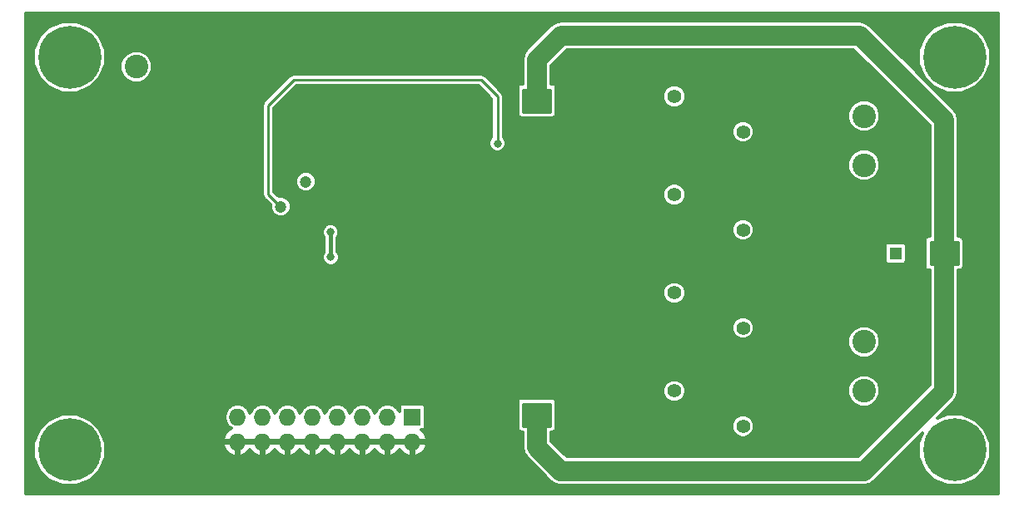
<source format=gbl>
G04 #@! TF.FileFunction,Copper,L2,Bot,Signal*
%FSLAX46Y46*%
G04 Gerber Fmt 4.6, Leading zero omitted, Abs format (unit mm)*
G04 Created by KiCad (PCBNEW 4.0.2-stable) date 19.06.2016 23:35:53*
%MOMM*%
G01*
G04 APERTURE LIST*
%ADD10C,0.100000*%
%ADD11C,0.800000*%
%ADD12C,1.400000*%
%ADD13R,1.300000X1.300000*%
%ADD14C,1.300000*%
%ADD15R,1.727200X1.727200*%
%ADD16O,1.727200X1.727200*%
%ADD17C,2.400000*%
%ADD18C,1.200000*%
%ADD19C,6.400000*%
%ADD20C,0.406400*%
%ADD21C,0.279400*%
%ADD22C,2.032000*%
%ADD23C,0.254000*%
%ADD24C,0.304800*%
G04 APERTURE END LIST*
D10*
D11*
X198120000Y-86995000D03*
X198120000Y-62230000D03*
X128651000Y-61214000D03*
X130048000Y-59817000D03*
X131445000Y-58420000D03*
X133550000Y-60350000D03*
X132200000Y-61722000D03*
X130650000Y-63250000D03*
X119380000Y-59690000D03*
X133350000Y-63500000D03*
X111760000Y-93980000D03*
X198120000Y-81280000D03*
X198120000Y-68580000D03*
X198120000Y-74930000D03*
X163195000Y-93345000D03*
X156845000Y-93345000D03*
X163195000Y-57785000D03*
X156845000Y-57785000D03*
X144780000Y-93980000D03*
X148590000Y-93980000D03*
X116205000Y-93980000D03*
X127381000Y-55499000D03*
X144780000Y-55880000D03*
X167195500Y-76708000D03*
X167195500Y-71247000D03*
X164465000Y-73977500D03*
X163195000Y-84455000D03*
X161290000Y-82550000D03*
X159385000Y-80645000D03*
X155575000Y-80645000D03*
X155575000Y-67310000D03*
X163195000Y-63500000D03*
X161290000Y-65405000D03*
X159385000Y-67310000D03*
X123825000Y-68834000D03*
X122428000Y-68834000D03*
X117856000Y-70358000D03*
X117856000Y-68834000D03*
X116332000Y-86995000D03*
X119634000Y-77724000D03*
X124460000Y-80264000D03*
X140970000Y-60325000D03*
X146685000Y-63500000D03*
X140970000Y-63500000D03*
X142875000Y-63500000D03*
X146685000Y-86360000D03*
X140970000Y-86360000D03*
X121285000Y-86995000D03*
X126365000Y-86995000D03*
X131445000Y-86995000D03*
X134366000Y-83820000D03*
X178054000Y-87630000D03*
X180594000Y-87630000D03*
X179324000Y-87630000D03*
X178054000Y-77851000D03*
X180594000Y-77851000D03*
X179324000Y-77851000D03*
X178054000Y-67691000D03*
X180594000Y-67691000D03*
X179324000Y-67691000D03*
X180594000Y-57658000D03*
X178054000Y-57658000D03*
X179324000Y-57658000D03*
X148590000Y-89535000D03*
X140970000Y-89535000D03*
X138430000Y-63500000D03*
X138430000Y-60325000D03*
X148590000Y-86360000D03*
X140970000Y-83820000D03*
X148590000Y-83820000D03*
X147320000Y-81915000D03*
X142240000Y-81915000D03*
X143510000Y-81915000D03*
X142875000Y-83820000D03*
X146685000Y-83820000D03*
X146050000Y-81915000D03*
X144780000Y-89535000D03*
X144780000Y-86360000D03*
X144780000Y-83820000D03*
X144780000Y-81915000D03*
X144780000Y-60325000D03*
X144780000Y-63500000D03*
X142875000Y-86360000D03*
X140970000Y-66040000D03*
X142875000Y-66040000D03*
X144780000Y-66040000D03*
X146685000Y-66040000D03*
X147320000Y-67945000D03*
X146050000Y-67945000D03*
X142240000Y-67945000D03*
X143510000Y-67945000D03*
X144780000Y-67945000D03*
X129794000Y-55499000D03*
X148463000Y-55880000D03*
X121285000Y-62230000D03*
X126365000Y-62230000D03*
X123825000Y-62230000D03*
X134500000Y-79800000D03*
X133250000Y-81050000D03*
X131900000Y-82400000D03*
X130683000Y-81153000D03*
X131953000Y-79883000D03*
X133223000Y-78613000D03*
X156972000Y-83947000D03*
X156972000Y-82804000D03*
X156972000Y-65405000D03*
X156972000Y-64262000D03*
X150368000Y-81407000D03*
X150368000Y-66675000D03*
X151765000Y-92075000D03*
X153289000Y-92075000D03*
X153289000Y-90932000D03*
X151765000Y-90964000D03*
X152527000Y-91567000D03*
X151765000Y-60071000D03*
X153289000Y-60071000D03*
X153289000Y-58928000D03*
X151765000Y-58960000D03*
X152527000Y-59563000D03*
X193929000Y-75057000D03*
X193167000Y-74454000D03*
X194691000Y-74422000D03*
X194691000Y-75565000D03*
X193167000Y-75565000D03*
X147320000Y-80645000D03*
X146050000Y-80645000D03*
X144780000Y-80645000D03*
X143510000Y-80645000D03*
X142240000Y-80645000D03*
X147320000Y-79375000D03*
X146050000Y-79375000D03*
X144780000Y-79375000D03*
X143510000Y-79375000D03*
X142240000Y-79375000D03*
X147320000Y-78105000D03*
X146050000Y-78105000D03*
X144780000Y-78105000D03*
X143510000Y-78105000D03*
X142240000Y-78105000D03*
X147320000Y-76835000D03*
X146050000Y-76835000D03*
X144780000Y-76835000D03*
X143510000Y-76835000D03*
X142240000Y-76835000D03*
X147320000Y-75565000D03*
X146050000Y-75565000D03*
X144780000Y-75565000D03*
X143510000Y-75565000D03*
X142240000Y-75565000D03*
X147320000Y-74295000D03*
X146050000Y-74295000D03*
X144780000Y-74295000D03*
X143510000Y-74295000D03*
X142240000Y-74295000D03*
X147320000Y-73025000D03*
X146050000Y-73025000D03*
X144780000Y-73025000D03*
X143510000Y-73025000D03*
X142240000Y-73025000D03*
X147320000Y-71755000D03*
X146050000Y-71755000D03*
X144780000Y-71755000D03*
X143510000Y-71755000D03*
X142240000Y-71755000D03*
X147320000Y-70485000D03*
X146050000Y-70485000D03*
X144780000Y-70485000D03*
X143510000Y-70485000D03*
X142240000Y-70485000D03*
X147320000Y-69215000D03*
X146050000Y-69215000D03*
X144780000Y-69215000D03*
X143510000Y-69215000D03*
D12*
X166500000Y-89000000D03*
X173500000Y-92600000D03*
D13*
X189000000Y-75000000D03*
D14*
X184000000Y-75000000D03*
D15*
X139874000Y-91643200D03*
D16*
X139874000Y-94183200D03*
X137334000Y-91643200D03*
X137334000Y-94183200D03*
X134794000Y-91643200D03*
X134794000Y-94183200D03*
X132254000Y-91643200D03*
X132254000Y-94183200D03*
X129714000Y-91643200D03*
X129714000Y-94183200D03*
X127174000Y-91643200D03*
X127174000Y-94183200D03*
X124634000Y-91643200D03*
X124634000Y-94183200D03*
X122094000Y-91643200D03*
X122094000Y-94183200D03*
D12*
X166500000Y-59000000D03*
X173500000Y-62600000D03*
X166500000Y-69000000D03*
X173500000Y-72600000D03*
X166500000Y-79000000D03*
X173500000Y-82600000D03*
D11*
X142240000Y-69215000D03*
D17*
X111800000Y-55973980D03*
X116800000Y-55973980D03*
X185801000Y-61000000D03*
X185801000Y-66000000D03*
X185801000Y-83987000D03*
X185801000Y-88987000D03*
D18*
X129032000Y-67691000D03*
X131572000Y-70231000D03*
X126492000Y-70231000D03*
D19*
X105000000Y-55000000D03*
X195000000Y-55000000D03*
X195000000Y-95000000D03*
X105000000Y-95000000D03*
D11*
X131572000Y-75377040D03*
X131555500Y-72834500D03*
X148513800Y-63804800D03*
D20*
X131555500Y-74618315D02*
X131555500Y-72834500D01*
X131555500Y-75184000D02*
X131555500Y-74618315D01*
D21*
X146837400Y-57327800D02*
X127838200Y-57327800D01*
X127838200Y-57327800D02*
X125222000Y-59944000D01*
X125222000Y-59944000D02*
X125222000Y-68961000D01*
X125222000Y-68961000D02*
X126492000Y-70231000D01*
X148513800Y-63804800D02*
X148513800Y-59004200D01*
X148513800Y-59004200D02*
X146837400Y-57327800D01*
D22*
X154940000Y-97155000D02*
X152527000Y-94742000D01*
X152527000Y-94742000D02*
X152527000Y-91567000D01*
X185801000Y-97155000D02*
X154940000Y-97155000D01*
X154965216Y-52806784D02*
X152527000Y-55245000D01*
X152527000Y-55245000D02*
X152527000Y-59563000D01*
X185356500Y-52806784D02*
X154965216Y-52806784D01*
X193929000Y-89027000D02*
X185801000Y-97155000D01*
X193929000Y-75057000D02*
X193929000Y-89027000D01*
X193929000Y-75057000D02*
X193929000Y-61379284D01*
X193929000Y-61379284D02*
X185356500Y-52806784D01*
D23*
G36*
X195351400Y-76122916D02*
X192557400Y-76122916D01*
X192557400Y-73836916D01*
X195351400Y-73836916D01*
X195351400Y-76122916D01*
X195351400Y-76122916D01*
G37*
X195351400Y-76122916D02*
X192557400Y-76122916D01*
X192557400Y-73836916D01*
X195351400Y-73836916D01*
X195351400Y-76122916D01*
G36*
X153924000Y-60579000D02*
X151130000Y-60579000D01*
X151130000Y-58293000D01*
X153924000Y-58293000D01*
X153924000Y-60579000D01*
X153924000Y-60579000D01*
G37*
X153924000Y-60579000D02*
X151130000Y-60579000D01*
X151130000Y-58293000D01*
X153924000Y-58293000D01*
X153924000Y-60579000D01*
G36*
X153924000Y-92595700D02*
X151130000Y-92595700D01*
X151130000Y-90309700D01*
X153924000Y-90309700D01*
X153924000Y-92595700D01*
X153924000Y-92595700D01*
G37*
X153924000Y-92595700D02*
X151130000Y-92595700D01*
X151130000Y-90309700D01*
X153924000Y-90309700D01*
X153924000Y-92595700D01*
D24*
G36*
X199442800Y-99442800D02*
X100557200Y-99442800D01*
X100557200Y-95724271D01*
X101342166Y-95724271D01*
X101897769Y-97068931D01*
X102925658Y-98098616D01*
X104269346Y-98656564D01*
X105724271Y-98657834D01*
X107068931Y-98102231D01*
X108098616Y-97074342D01*
X108656564Y-95730654D01*
X108657619Y-94521425D01*
X120608005Y-94521425D01*
X120804077Y-94994800D01*
X121212852Y-95426653D01*
X121755774Y-95669202D01*
X121992400Y-95538717D01*
X121992400Y-94284800D01*
X122195600Y-94284800D01*
X122195600Y-95538717D01*
X122432226Y-95669202D01*
X122975148Y-95426653D01*
X123364000Y-95015848D01*
X123752852Y-95426653D01*
X124295774Y-95669202D01*
X124532400Y-95538717D01*
X124532400Y-94284800D01*
X124735600Y-94284800D01*
X124735600Y-95538717D01*
X124972226Y-95669202D01*
X125515148Y-95426653D01*
X125904000Y-95015848D01*
X126292852Y-95426653D01*
X126835774Y-95669202D01*
X127072400Y-95538717D01*
X127072400Y-94284800D01*
X127275600Y-94284800D01*
X127275600Y-95538717D01*
X127512226Y-95669202D01*
X128055148Y-95426653D01*
X128444000Y-95015848D01*
X128832852Y-95426653D01*
X129375774Y-95669202D01*
X129612400Y-95538717D01*
X129612400Y-94284800D01*
X129815600Y-94284800D01*
X129815600Y-95538717D01*
X130052226Y-95669202D01*
X130595148Y-95426653D01*
X130984000Y-95015848D01*
X131372852Y-95426653D01*
X131915774Y-95669202D01*
X132152400Y-95538717D01*
X132152400Y-94284800D01*
X132355600Y-94284800D01*
X132355600Y-95538717D01*
X132592226Y-95669202D01*
X133135148Y-95426653D01*
X133524000Y-95015848D01*
X133912852Y-95426653D01*
X134455774Y-95669202D01*
X134692400Y-95538717D01*
X134692400Y-94284800D01*
X134895600Y-94284800D01*
X134895600Y-95538717D01*
X135132226Y-95669202D01*
X135675148Y-95426653D01*
X136064000Y-95015848D01*
X136452852Y-95426653D01*
X136995774Y-95669202D01*
X137232400Y-95538717D01*
X137232400Y-94284800D01*
X137435600Y-94284800D01*
X137435600Y-95538717D01*
X137672226Y-95669202D01*
X138215148Y-95426653D01*
X138604000Y-95015848D01*
X138992852Y-95426653D01*
X139535774Y-95669202D01*
X139772400Y-95538717D01*
X139772400Y-94284800D01*
X139975600Y-94284800D01*
X139975600Y-95538717D01*
X140212226Y-95669202D01*
X140755148Y-95426653D01*
X141163923Y-94994800D01*
X141359995Y-94521425D01*
X141229097Y-94284800D01*
X139975600Y-94284800D01*
X139772400Y-94284800D01*
X137435600Y-94284800D01*
X137232400Y-94284800D01*
X134895600Y-94284800D01*
X134692400Y-94284800D01*
X132355600Y-94284800D01*
X132152400Y-94284800D01*
X129815600Y-94284800D01*
X129612400Y-94284800D01*
X127275600Y-94284800D01*
X127072400Y-94284800D01*
X124735600Y-94284800D01*
X124532400Y-94284800D01*
X122195600Y-94284800D01*
X121992400Y-94284800D01*
X120738903Y-94284800D01*
X120608005Y-94521425D01*
X108657619Y-94521425D01*
X108657834Y-94275729D01*
X108479850Y-93844975D01*
X120608005Y-93844975D01*
X120738903Y-94081600D01*
X121992400Y-94081600D01*
X121992400Y-94061600D01*
X122195600Y-94061600D01*
X122195600Y-94081600D01*
X124532400Y-94081600D01*
X124532400Y-94061600D01*
X124735600Y-94061600D01*
X124735600Y-94081600D01*
X127072400Y-94081600D01*
X127072400Y-94061600D01*
X127275600Y-94061600D01*
X127275600Y-94081600D01*
X129612400Y-94081600D01*
X129612400Y-94061600D01*
X129815600Y-94061600D01*
X129815600Y-94081600D01*
X132152400Y-94081600D01*
X132152400Y-94061600D01*
X132355600Y-94061600D01*
X132355600Y-94081600D01*
X134692400Y-94081600D01*
X134692400Y-94061600D01*
X134895600Y-94061600D01*
X134895600Y-94081600D01*
X137232400Y-94081600D01*
X137232400Y-94061600D01*
X137435600Y-94061600D01*
X137435600Y-94081600D01*
X139772400Y-94081600D01*
X139772400Y-94061600D01*
X139975600Y-94061600D01*
X139975600Y-94081600D01*
X141229097Y-94081600D01*
X141359995Y-93844975D01*
X141163923Y-93371600D01*
X140779178Y-92965134D01*
X140907028Y-92941077D01*
X141062638Y-92840945D01*
X141167030Y-92688161D01*
X141203757Y-92506800D01*
X141203757Y-90779600D01*
X141171877Y-90610172D01*
X141071745Y-90454562D01*
X140918961Y-90350170D01*
X140737600Y-90313443D01*
X139010400Y-90313443D01*
X138840972Y-90345323D01*
X138685362Y-90445455D01*
X138580970Y-90598239D01*
X138544243Y-90779600D01*
X138544243Y-91084034D01*
X138293823Y-90709253D01*
X137865324Y-90422940D01*
X137359876Y-90322400D01*
X137308124Y-90322400D01*
X136802676Y-90422940D01*
X136374177Y-90709253D01*
X136087864Y-91137752D01*
X136064000Y-91257724D01*
X136040136Y-91137752D01*
X135753823Y-90709253D01*
X135325324Y-90422940D01*
X134819876Y-90322400D01*
X134768124Y-90322400D01*
X134262676Y-90422940D01*
X133834177Y-90709253D01*
X133547864Y-91137752D01*
X133524000Y-91257724D01*
X133500136Y-91137752D01*
X133213823Y-90709253D01*
X132785324Y-90422940D01*
X132279876Y-90322400D01*
X132228124Y-90322400D01*
X131722676Y-90422940D01*
X131294177Y-90709253D01*
X131007864Y-91137752D01*
X130984000Y-91257724D01*
X130960136Y-91137752D01*
X130673823Y-90709253D01*
X130245324Y-90422940D01*
X129739876Y-90322400D01*
X129688124Y-90322400D01*
X129182676Y-90422940D01*
X128754177Y-90709253D01*
X128467864Y-91137752D01*
X128444000Y-91257724D01*
X128420136Y-91137752D01*
X128133823Y-90709253D01*
X127705324Y-90422940D01*
X127199876Y-90322400D01*
X127148124Y-90322400D01*
X126642676Y-90422940D01*
X126214177Y-90709253D01*
X125927864Y-91137752D01*
X125904000Y-91257724D01*
X125880136Y-91137752D01*
X125593823Y-90709253D01*
X125165324Y-90422940D01*
X124659876Y-90322400D01*
X124608124Y-90322400D01*
X124102676Y-90422940D01*
X123674177Y-90709253D01*
X123387864Y-91137752D01*
X123364000Y-91257724D01*
X123340136Y-91137752D01*
X123053823Y-90709253D01*
X122625324Y-90422940D01*
X122119876Y-90322400D01*
X122068124Y-90322400D01*
X121562676Y-90422940D01*
X121134177Y-90709253D01*
X120847864Y-91137752D01*
X120747324Y-91643200D01*
X120847864Y-92148648D01*
X121134177Y-92577147D01*
X121490926Y-92815518D01*
X121212852Y-92939747D01*
X120804077Y-93371600D01*
X120608005Y-93844975D01*
X108479850Y-93844975D01*
X108102231Y-92931069D01*
X107074342Y-91901384D01*
X105730654Y-91343436D01*
X104275729Y-91342166D01*
X102931069Y-91897769D01*
X101901384Y-92925658D01*
X101343436Y-94269346D01*
X101342166Y-95724271D01*
X100557200Y-95724271D01*
X100557200Y-89229171D01*
X165342599Y-89229171D01*
X165518401Y-89654645D01*
X165843643Y-89980454D01*
X166268809Y-90156999D01*
X166729171Y-90157401D01*
X167154645Y-89981599D01*
X167480454Y-89656357D01*
X167622119Y-89315191D01*
X184143513Y-89315191D01*
X184395275Y-89924502D01*
X184861046Y-90391086D01*
X185469916Y-90643911D01*
X186129191Y-90644487D01*
X186738502Y-90392725D01*
X187205086Y-89926954D01*
X187457911Y-89318084D01*
X187458487Y-88658809D01*
X187206725Y-88049498D01*
X186740954Y-87582914D01*
X186132084Y-87330089D01*
X185472809Y-87329513D01*
X184863498Y-87581275D01*
X184396914Y-88047046D01*
X184144089Y-88655916D01*
X184143513Y-89315191D01*
X167622119Y-89315191D01*
X167656999Y-89231191D01*
X167657401Y-88770829D01*
X167481599Y-88345355D01*
X167156357Y-88019546D01*
X166731191Y-87843001D01*
X166270829Y-87842599D01*
X165845355Y-88018401D01*
X165519546Y-88343643D01*
X165343001Y-88768809D01*
X165342599Y-89229171D01*
X100557200Y-89229171D01*
X100557200Y-84315191D01*
X184143513Y-84315191D01*
X184395275Y-84924502D01*
X184861046Y-85391086D01*
X185469916Y-85643911D01*
X186129191Y-85644487D01*
X186738502Y-85392725D01*
X187205086Y-84926954D01*
X187457911Y-84318084D01*
X187458487Y-83658809D01*
X187206725Y-83049498D01*
X186740954Y-82582914D01*
X186132084Y-82330089D01*
X185472809Y-82329513D01*
X184863498Y-82581275D01*
X184396914Y-83047046D01*
X184144089Y-83655916D01*
X184143513Y-84315191D01*
X100557200Y-84315191D01*
X100557200Y-82829171D01*
X172342599Y-82829171D01*
X172518401Y-83254645D01*
X172843643Y-83580454D01*
X173268809Y-83756999D01*
X173729171Y-83757401D01*
X174154645Y-83581599D01*
X174480454Y-83256357D01*
X174656999Y-82831191D01*
X174657401Y-82370829D01*
X174481599Y-81945355D01*
X174156357Y-81619546D01*
X173731191Y-81443001D01*
X173270829Y-81442599D01*
X172845355Y-81618401D01*
X172519546Y-81943643D01*
X172343001Y-82368809D01*
X172342599Y-82829171D01*
X100557200Y-82829171D01*
X100557200Y-79229171D01*
X165342599Y-79229171D01*
X165518401Y-79654645D01*
X165843643Y-79980454D01*
X166268809Y-80156999D01*
X166729171Y-80157401D01*
X167154645Y-79981599D01*
X167480454Y-79656357D01*
X167656999Y-79231191D01*
X167657401Y-78770829D01*
X167481599Y-78345355D01*
X167156357Y-78019546D01*
X166731191Y-77843001D01*
X166270829Y-77842599D01*
X165845355Y-78018401D01*
X165519546Y-78343643D01*
X165343001Y-78768809D01*
X165342599Y-79229171D01*
X100557200Y-79229171D01*
X100557200Y-73004260D01*
X130698151Y-73004260D01*
X130828377Y-73319431D01*
X130895100Y-73386270D01*
X130895100Y-74841552D01*
X130845725Y-74890841D01*
X130714949Y-75205784D01*
X130714651Y-75546800D01*
X130844877Y-75861971D01*
X131085801Y-76103315D01*
X131400744Y-76234091D01*
X131741760Y-76234389D01*
X132056931Y-76104163D01*
X132298275Y-75863239D01*
X132429051Y-75548296D01*
X132429349Y-75207280D01*
X132299123Y-74892109D01*
X132215900Y-74808741D01*
X132215900Y-74350000D01*
X187883843Y-74350000D01*
X187883843Y-75650000D01*
X187915723Y-75819428D01*
X188015855Y-75975038D01*
X188168639Y-76079430D01*
X188350000Y-76116157D01*
X189650000Y-76116157D01*
X189819428Y-76084277D01*
X189975038Y-75984145D01*
X190079430Y-75831361D01*
X190116157Y-75650000D01*
X190116157Y-74350000D01*
X190084277Y-74180572D01*
X189984145Y-74024962D01*
X189831361Y-73920570D01*
X189650000Y-73883843D01*
X188350000Y-73883843D01*
X188180572Y-73915723D01*
X188024962Y-74015855D01*
X187920570Y-74168639D01*
X187883843Y-74350000D01*
X132215900Y-74350000D01*
X132215900Y-73386459D01*
X132281775Y-73320699D01*
X132412551Y-73005756D01*
X132412705Y-72829171D01*
X172342599Y-72829171D01*
X172518401Y-73254645D01*
X172843643Y-73580454D01*
X173268809Y-73756999D01*
X173729171Y-73757401D01*
X174154645Y-73581599D01*
X174480454Y-73256357D01*
X174656999Y-72831191D01*
X174657401Y-72370829D01*
X174481599Y-71945355D01*
X174156357Y-71619546D01*
X173731191Y-71443001D01*
X173270829Y-71442599D01*
X172845355Y-71618401D01*
X172519546Y-71943643D01*
X172343001Y-72368809D01*
X172342599Y-72829171D01*
X132412705Y-72829171D01*
X132412849Y-72664740D01*
X132282623Y-72349569D01*
X132041699Y-72108225D01*
X131726756Y-71977449D01*
X131385740Y-71977151D01*
X131070569Y-72107377D01*
X130829225Y-72348301D01*
X130698449Y-72663244D01*
X130698151Y-73004260D01*
X100557200Y-73004260D01*
X100557200Y-59944000D01*
X124625100Y-59944000D01*
X124625100Y-68961000D01*
X124670536Y-69189424D01*
X124799928Y-69383072D01*
X125435471Y-70018615D01*
X125434984Y-70019787D01*
X125434617Y-70440368D01*
X125595227Y-70829073D01*
X125892362Y-71126728D01*
X126280787Y-71288016D01*
X126701368Y-71288383D01*
X127090073Y-71127773D01*
X127387728Y-70830638D01*
X127549016Y-70442213D01*
X127549383Y-70021632D01*
X127388773Y-69632927D01*
X127091638Y-69335272D01*
X126836119Y-69229171D01*
X165342599Y-69229171D01*
X165518401Y-69654645D01*
X165843643Y-69980454D01*
X166268809Y-70156999D01*
X166729171Y-70157401D01*
X167154645Y-69981599D01*
X167480454Y-69656357D01*
X167656999Y-69231191D01*
X167657401Y-68770829D01*
X167481599Y-68345355D01*
X167156357Y-68019546D01*
X166731191Y-67843001D01*
X166270829Y-67842599D01*
X165845355Y-68018401D01*
X165519546Y-68343643D01*
X165343001Y-68768809D01*
X165342599Y-69229171D01*
X126836119Y-69229171D01*
X126703213Y-69173984D01*
X126282632Y-69173617D01*
X126279893Y-69174749D01*
X125818900Y-68713756D01*
X125818900Y-67900368D01*
X127974617Y-67900368D01*
X128135227Y-68289073D01*
X128432362Y-68586728D01*
X128820787Y-68748016D01*
X129241368Y-68748383D01*
X129630073Y-68587773D01*
X129927728Y-68290638D01*
X130089016Y-67902213D01*
X130089383Y-67481632D01*
X129928773Y-67092927D01*
X129631638Y-66795272D01*
X129243213Y-66633984D01*
X128822632Y-66633617D01*
X128433927Y-66794227D01*
X128136272Y-67091362D01*
X127974984Y-67479787D01*
X127974617Y-67900368D01*
X125818900Y-67900368D01*
X125818900Y-66328191D01*
X184143513Y-66328191D01*
X184395275Y-66937502D01*
X184861046Y-67404086D01*
X185469916Y-67656911D01*
X186129191Y-67657487D01*
X186738502Y-67405725D01*
X187205086Y-66939954D01*
X187457911Y-66331084D01*
X187458487Y-65671809D01*
X187206725Y-65062498D01*
X186740954Y-64595914D01*
X186132084Y-64343089D01*
X185472809Y-64342513D01*
X184863498Y-64594275D01*
X184396914Y-65060046D01*
X184144089Y-65668916D01*
X184143513Y-66328191D01*
X125818900Y-66328191D01*
X125818900Y-60191244D01*
X128085444Y-57924700D01*
X146590156Y-57924700D01*
X147916900Y-59251444D01*
X147916900Y-63189451D01*
X147787525Y-63318601D01*
X147656749Y-63633544D01*
X147656451Y-63974560D01*
X147786677Y-64289731D01*
X148027601Y-64531075D01*
X148342544Y-64661851D01*
X148683560Y-64662149D01*
X148998731Y-64531923D01*
X149240075Y-64290999D01*
X149370851Y-63976056D01*
X149371149Y-63635040D01*
X149240923Y-63319869D01*
X149110700Y-63189419D01*
X149110700Y-62829171D01*
X172342599Y-62829171D01*
X172518401Y-63254645D01*
X172843643Y-63580454D01*
X173268809Y-63756999D01*
X173729171Y-63757401D01*
X174154645Y-63581599D01*
X174480454Y-63256357D01*
X174656999Y-62831191D01*
X174657401Y-62370829D01*
X174481599Y-61945355D01*
X174156357Y-61619546D01*
X173731191Y-61443001D01*
X173270829Y-61442599D01*
X172845355Y-61618401D01*
X172519546Y-61943643D01*
X172343001Y-62368809D01*
X172342599Y-62829171D01*
X149110700Y-62829171D01*
X149110700Y-61328191D01*
X184143513Y-61328191D01*
X184395275Y-61937502D01*
X184861046Y-62404086D01*
X185469916Y-62656911D01*
X186129191Y-62657487D01*
X186738502Y-62405725D01*
X187205086Y-61939954D01*
X187457911Y-61331084D01*
X187458487Y-60671809D01*
X187206725Y-60062498D01*
X186740954Y-59595914D01*
X186132084Y-59343089D01*
X185472809Y-59342513D01*
X184863498Y-59594275D01*
X184396914Y-60060046D01*
X184144089Y-60668916D01*
X184143513Y-61328191D01*
X149110700Y-61328191D01*
X149110700Y-59004200D01*
X149065264Y-58775776D01*
X148935872Y-58582128D01*
X148519744Y-58166000D01*
X150545800Y-58166000D01*
X150545800Y-60706000D01*
X150577068Y-60872173D01*
X150675275Y-61024792D01*
X150825124Y-61127179D01*
X151003000Y-61163200D01*
X154051000Y-61163200D01*
X154217173Y-61131932D01*
X154369792Y-61033725D01*
X154472179Y-60883876D01*
X154508200Y-60706000D01*
X154508200Y-59229171D01*
X165342599Y-59229171D01*
X165518401Y-59654645D01*
X165843643Y-59980454D01*
X166268809Y-60156999D01*
X166729171Y-60157401D01*
X167154645Y-59981599D01*
X167480454Y-59656357D01*
X167656999Y-59231191D01*
X167657401Y-58770829D01*
X167481599Y-58345355D01*
X167156357Y-58019546D01*
X166731191Y-57843001D01*
X166270829Y-57842599D01*
X165845355Y-58018401D01*
X165519546Y-58343643D01*
X165343001Y-58768809D01*
X165342599Y-59229171D01*
X154508200Y-59229171D01*
X154508200Y-58166000D01*
X154476932Y-57999827D01*
X154378725Y-57847208D01*
X154228876Y-57744821D01*
X154051000Y-57708800D01*
X154000200Y-57708800D01*
X154000200Y-55855220D01*
X155575436Y-54279984D01*
X184746280Y-54279984D01*
X192455800Y-61989504D01*
X192455800Y-73252716D01*
X192430400Y-73252716D01*
X192264227Y-73283984D01*
X192111608Y-73382191D01*
X192009221Y-73532040D01*
X191973200Y-73709916D01*
X191973200Y-76249916D01*
X192004468Y-76416089D01*
X192102675Y-76568708D01*
X192252524Y-76671095D01*
X192430400Y-76707116D01*
X192455800Y-76707116D01*
X192455800Y-88416780D01*
X185190780Y-95681800D01*
X155550219Y-95681800D01*
X154000200Y-94131780D01*
X154000200Y-93179900D01*
X154051000Y-93179900D01*
X154217173Y-93148632D01*
X154369792Y-93050425D01*
X154472179Y-92900576D01*
X154486638Y-92829171D01*
X172342599Y-92829171D01*
X172518401Y-93254645D01*
X172843643Y-93580454D01*
X173268809Y-93756999D01*
X173729171Y-93757401D01*
X174154645Y-93581599D01*
X174480454Y-93256357D01*
X174656999Y-92831191D01*
X174657401Y-92370829D01*
X174481599Y-91945355D01*
X174156357Y-91619546D01*
X173731191Y-91443001D01*
X173270829Y-91442599D01*
X172845355Y-91618401D01*
X172519546Y-91943643D01*
X172343001Y-92368809D01*
X172342599Y-92829171D01*
X154486638Y-92829171D01*
X154508200Y-92722700D01*
X154508200Y-90182700D01*
X154476932Y-90016527D01*
X154378725Y-89863908D01*
X154228876Y-89761521D01*
X154051000Y-89725500D01*
X151003000Y-89725500D01*
X150836827Y-89756768D01*
X150684208Y-89854975D01*
X150581821Y-90004824D01*
X150545800Y-90182700D01*
X150545800Y-92722700D01*
X150577068Y-92888873D01*
X150675275Y-93041492D01*
X150825124Y-93143879D01*
X151003000Y-93179900D01*
X151053800Y-93179900D01*
X151053800Y-94742000D01*
X151165941Y-95305769D01*
X151485290Y-95783710D01*
X153898288Y-98196707D01*
X153898290Y-98196710D01*
X154376231Y-98516059D01*
X154940000Y-98628200D01*
X185801000Y-98628200D01*
X186364769Y-98516059D01*
X186842710Y-98196710D01*
X191750576Y-93288844D01*
X191343436Y-94269346D01*
X191342166Y-95724271D01*
X191897769Y-97068931D01*
X192925658Y-98098616D01*
X194269346Y-98656564D01*
X195724271Y-98657834D01*
X197068931Y-98102231D01*
X198098616Y-97074342D01*
X198656564Y-95730654D01*
X198657834Y-94275729D01*
X198102231Y-92931069D01*
X197074342Y-91901384D01*
X195730654Y-91343436D01*
X194275729Y-91342166D01*
X193289929Y-91749491D01*
X194970710Y-90068710D01*
X195290059Y-89590769D01*
X195402201Y-89027000D01*
X195402200Y-89026995D01*
X195402200Y-76707116D01*
X195478400Y-76707116D01*
X195644573Y-76675848D01*
X195797192Y-76577641D01*
X195899579Y-76427792D01*
X195935600Y-76249916D01*
X195935600Y-73709916D01*
X195904332Y-73543743D01*
X195806125Y-73391124D01*
X195656276Y-73288737D01*
X195478400Y-73252716D01*
X195402200Y-73252716D01*
X195402200Y-61379289D01*
X195402201Y-61379284D01*
X195290059Y-60815515D01*
X194970710Y-60337574D01*
X190357407Y-55724271D01*
X191342166Y-55724271D01*
X191897769Y-57068931D01*
X192925658Y-58098616D01*
X194269346Y-58656564D01*
X195724271Y-58657834D01*
X197068931Y-58102231D01*
X198098616Y-57074342D01*
X198656564Y-55730654D01*
X198657834Y-54275729D01*
X198102231Y-52931069D01*
X197074342Y-51901384D01*
X195730654Y-51343436D01*
X194275729Y-51342166D01*
X192931069Y-51897769D01*
X191901384Y-52925658D01*
X191343436Y-54269346D01*
X191342166Y-55724271D01*
X190357407Y-55724271D01*
X186398210Y-51765074D01*
X185920269Y-51445725D01*
X185356500Y-51333584D01*
X154965216Y-51333584D01*
X154401447Y-51445725D01*
X153923506Y-51765074D01*
X151485290Y-54203290D01*
X151165941Y-54681231D01*
X151053800Y-55245000D01*
X151053800Y-57708800D01*
X151003000Y-57708800D01*
X150836827Y-57740068D01*
X150684208Y-57838275D01*
X150581821Y-57988124D01*
X150545800Y-58166000D01*
X148519744Y-58166000D01*
X147259472Y-56905728D01*
X147065824Y-56776336D01*
X146837400Y-56730900D01*
X127838200Y-56730900D01*
X127609776Y-56776336D01*
X127416128Y-56905728D01*
X124799928Y-59521928D01*
X124670536Y-59715576D01*
X124625100Y-59944000D01*
X100557200Y-59944000D01*
X100557200Y-55724271D01*
X101342166Y-55724271D01*
X101897769Y-57068931D01*
X102925658Y-58098616D01*
X104269346Y-58656564D01*
X105724271Y-58657834D01*
X107068931Y-58102231D01*
X108098616Y-57074342D01*
X108419249Y-56302171D01*
X110142513Y-56302171D01*
X110394275Y-56911482D01*
X110860046Y-57378066D01*
X111468916Y-57630891D01*
X112128191Y-57631467D01*
X112737502Y-57379705D01*
X113204086Y-56913934D01*
X113456911Y-56305064D01*
X113457487Y-55645789D01*
X113205725Y-55036478D01*
X112739954Y-54569894D01*
X112131084Y-54317069D01*
X111471809Y-54316493D01*
X110862498Y-54568255D01*
X110395914Y-55034026D01*
X110143089Y-55642896D01*
X110142513Y-56302171D01*
X108419249Y-56302171D01*
X108656564Y-55730654D01*
X108657834Y-54275729D01*
X108102231Y-52931069D01*
X107074342Y-51901384D01*
X105730654Y-51343436D01*
X104275729Y-51342166D01*
X102931069Y-51897769D01*
X101901384Y-52925658D01*
X101343436Y-54269346D01*
X101342166Y-55724271D01*
X100557200Y-55724271D01*
X100557200Y-50557200D01*
X199442800Y-50557200D01*
X199442800Y-99442800D01*
X199442800Y-99442800D01*
G37*
X199442800Y-99442800D02*
X100557200Y-99442800D01*
X100557200Y-95724271D01*
X101342166Y-95724271D01*
X101897769Y-97068931D01*
X102925658Y-98098616D01*
X104269346Y-98656564D01*
X105724271Y-98657834D01*
X107068931Y-98102231D01*
X108098616Y-97074342D01*
X108656564Y-95730654D01*
X108657619Y-94521425D01*
X120608005Y-94521425D01*
X120804077Y-94994800D01*
X121212852Y-95426653D01*
X121755774Y-95669202D01*
X121992400Y-95538717D01*
X121992400Y-94284800D01*
X122195600Y-94284800D01*
X122195600Y-95538717D01*
X122432226Y-95669202D01*
X122975148Y-95426653D01*
X123364000Y-95015848D01*
X123752852Y-95426653D01*
X124295774Y-95669202D01*
X124532400Y-95538717D01*
X124532400Y-94284800D01*
X124735600Y-94284800D01*
X124735600Y-95538717D01*
X124972226Y-95669202D01*
X125515148Y-95426653D01*
X125904000Y-95015848D01*
X126292852Y-95426653D01*
X126835774Y-95669202D01*
X127072400Y-95538717D01*
X127072400Y-94284800D01*
X127275600Y-94284800D01*
X127275600Y-95538717D01*
X127512226Y-95669202D01*
X128055148Y-95426653D01*
X128444000Y-95015848D01*
X128832852Y-95426653D01*
X129375774Y-95669202D01*
X129612400Y-95538717D01*
X129612400Y-94284800D01*
X129815600Y-94284800D01*
X129815600Y-95538717D01*
X130052226Y-95669202D01*
X130595148Y-95426653D01*
X130984000Y-95015848D01*
X131372852Y-95426653D01*
X131915774Y-95669202D01*
X132152400Y-95538717D01*
X132152400Y-94284800D01*
X132355600Y-94284800D01*
X132355600Y-95538717D01*
X132592226Y-95669202D01*
X133135148Y-95426653D01*
X133524000Y-95015848D01*
X133912852Y-95426653D01*
X134455774Y-95669202D01*
X134692400Y-95538717D01*
X134692400Y-94284800D01*
X134895600Y-94284800D01*
X134895600Y-95538717D01*
X135132226Y-95669202D01*
X135675148Y-95426653D01*
X136064000Y-95015848D01*
X136452852Y-95426653D01*
X136995774Y-95669202D01*
X137232400Y-95538717D01*
X137232400Y-94284800D01*
X137435600Y-94284800D01*
X137435600Y-95538717D01*
X137672226Y-95669202D01*
X138215148Y-95426653D01*
X138604000Y-95015848D01*
X138992852Y-95426653D01*
X139535774Y-95669202D01*
X139772400Y-95538717D01*
X139772400Y-94284800D01*
X139975600Y-94284800D01*
X139975600Y-95538717D01*
X140212226Y-95669202D01*
X140755148Y-95426653D01*
X141163923Y-94994800D01*
X141359995Y-94521425D01*
X141229097Y-94284800D01*
X139975600Y-94284800D01*
X139772400Y-94284800D01*
X137435600Y-94284800D01*
X137232400Y-94284800D01*
X134895600Y-94284800D01*
X134692400Y-94284800D01*
X132355600Y-94284800D01*
X132152400Y-94284800D01*
X129815600Y-94284800D01*
X129612400Y-94284800D01*
X127275600Y-94284800D01*
X127072400Y-94284800D01*
X124735600Y-94284800D01*
X124532400Y-94284800D01*
X122195600Y-94284800D01*
X121992400Y-94284800D01*
X120738903Y-94284800D01*
X120608005Y-94521425D01*
X108657619Y-94521425D01*
X108657834Y-94275729D01*
X108479850Y-93844975D01*
X120608005Y-93844975D01*
X120738903Y-94081600D01*
X121992400Y-94081600D01*
X121992400Y-94061600D01*
X122195600Y-94061600D01*
X122195600Y-94081600D01*
X124532400Y-94081600D01*
X124532400Y-94061600D01*
X124735600Y-94061600D01*
X124735600Y-94081600D01*
X127072400Y-94081600D01*
X127072400Y-94061600D01*
X127275600Y-94061600D01*
X127275600Y-94081600D01*
X129612400Y-94081600D01*
X129612400Y-94061600D01*
X129815600Y-94061600D01*
X129815600Y-94081600D01*
X132152400Y-94081600D01*
X132152400Y-94061600D01*
X132355600Y-94061600D01*
X132355600Y-94081600D01*
X134692400Y-94081600D01*
X134692400Y-94061600D01*
X134895600Y-94061600D01*
X134895600Y-94081600D01*
X137232400Y-94081600D01*
X137232400Y-94061600D01*
X137435600Y-94061600D01*
X137435600Y-94081600D01*
X139772400Y-94081600D01*
X139772400Y-94061600D01*
X139975600Y-94061600D01*
X139975600Y-94081600D01*
X141229097Y-94081600D01*
X141359995Y-93844975D01*
X141163923Y-93371600D01*
X140779178Y-92965134D01*
X140907028Y-92941077D01*
X141062638Y-92840945D01*
X141167030Y-92688161D01*
X141203757Y-92506800D01*
X141203757Y-90779600D01*
X141171877Y-90610172D01*
X141071745Y-90454562D01*
X140918961Y-90350170D01*
X140737600Y-90313443D01*
X139010400Y-90313443D01*
X138840972Y-90345323D01*
X138685362Y-90445455D01*
X138580970Y-90598239D01*
X138544243Y-90779600D01*
X138544243Y-91084034D01*
X138293823Y-90709253D01*
X137865324Y-90422940D01*
X137359876Y-90322400D01*
X137308124Y-90322400D01*
X136802676Y-90422940D01*
X136374177Y-90709253D01*
X136087864Y-91137752D01*
X136064000Y-91257724D01*
X136040136Y-91137752D01*
X135753823Y-90709253D01*
X135325324Y-90422940D01*
X134819876Y-90322400D01*
X134768124Y-90322400D01*
X134262676Y-90422940D01*
X133834177Y-90709253D01*
X133547864Y-91137752D01*
X133524000Y-91257724D01*
X133500136Y-91137752D01*
X133213823Y-90709253D01*
X132785324Y-90422940D01*
X132279876Y-90322400D01*
X132228124Y-90322400D01*
X131722676Y-90422940D01*
X131294177Y-90709253D01*
X131007864Y-91137752D01*
X130984000Y-91257724D01*
X130960136Y-91137752D01*
X130673823Y-90709253D01*
X130245324Y-90422940D01*
X129739876Y-90322400D01*
X129688124Y-90322400D01*
X129182676Y-90422940D01*
X128754177Y-90709253D01*
X128467864Y-91137752D01*
X128444000Y-91257724D01*
X128420136Y-91137752D01*
X128133823Y-90709253D01*
X127705324Y-90422940D01*
X127199876Y-90322400D01*
X127148124Y-90322400D01*
X126642676Y-90422940D01*
X126214177Y-90709253D01*
X125927864Y-91137752D01*
X125904000Y-91257724D01*
X125880136Y-91137752D01*
X125593823Y-90709253D01*
X125165324Y-90422940D01*
X124659876Y-90322400D01*
X124608124Y-90322400D01*
X124102676Y-90422940D01*
X123674177Y-90709253D01*
X123387864Y-91137752D01*
X123364000Y-91257724D01*
X123340136Y-91137752D01*
X123053823Y-90709253D01*
X122625324Y-90422940D01*
X122119876Y-90322400D01*
X122068124Y-90322400D01*
X121562676Y-90422940D01*
X121134177Y-90709253D01*
X120847864Y-91137752D01*
X120747324Y-91643200D01*
X120847864Y-92148648D01*
X121134177Y-92577147D01*
X121490926Y-92815518D01*
X121212852Y-92939747D01*
X120804077Y-93371600D01*
X120608005Y-93844975D01*
X108479850Y-93844975D01*
X108102231Y-92931069D01*
X107074342Y-91901384D01*
X105730654Y-91343436D01*
X104275729Y-91342166D01*
X102931069Y-91897769D01*
X101901384Y-92925658D01*
X101343436Y-94269346D01*
X101342166Y-95724271D01*
X100557200Y-95724271D01*
X100557200Y-89229171D01*
X165342599Y-89229171D01*
X165518401Y-89654645D01*
X165843643Y-89980454D01*
X166268809Y-90156999D01*
X166729171Y-90157401D01*
X167154645Y-89981599D01*
X167480454Y-89656357D01*
X167622119Y-89315191D01*
X184143513Y-89315191D01*
X184395275Y-89924502D01*
X184861046Y-90391086D01*
X185469916Y-90643911D01*
X186129191Y-90644487D01*
X186738502Y-90392725D01*
X187205086Y-89926954D01*
X187457911Y-89318084D01*
X187458487Y-88658809D01*
X187206725Y-88049498D01*
X186740954Y-87582914D01*
X186132084Y-87330089D01*
X185472809Y-87329513D01*
X184863498Y-87581275D01*
X184396914Y-88047046D01*
X184144089Y-88655916D01*
X184143513Y-89315191D01*
X167622119Y-89315191D01*
X167656999Y-89231191D01*
X167657401Y-88770829D01*
X167481599Y-88345355D01*
X167156357Y-88019546D01*
X166731191Y-87843001D01*
X166270829Y-87842599D01*
X165845355Y-88018401D01*
X165519546Y-88343643D01*
X165343001Y-88768809D01*
X165342599Y-89229171D01*
X100557200Y-89229171D01*
X100557200Y-84315191D01*
X184143513Y-84315191D01*
X184395275Y-84924502D01*
X184861046Y-85391086D01*
X185469916Y-85643911D01*
X186129191Y-85644487D01*
X186738502Y-85392725D01*
X187205086Y-84926954D01*
X187457911Y-84318084D01*
X187458487Y-83658809D01*
X187206725Y-83049498D01*
X186740954Y-82582914D01*
X186132084Y-82330089D01*
X185472809Y-82329513D01*
X184863498Y-82581275D01*
X184396914Y-83047046D01*
X184144089Y-83655916D01*
X184143513Y-84315191D01*
X100557200Y-84315191D01*
X100557200Y-82829171D01*
X172342599Y-82829171D01*
X172518401Y-83254645D01*
X172843643Y-83580454D01*
X173268809Y-83756999D01*
X173729171Y-83757401D01*
X174154645Y-83581599D01*
X174480454Y-83256357D01*
X174656999Y-82831191D01*
X174657401Y-82370829D01*
X174481599Y-81945355D01*
X174156357Y-81619546D01*
X173731191Y-81443001D01*
X173270829Y-81442599D01*
X172845355Y-81618401D01*
X172519546Y-81943643D01*
X172343001Y-82368809D01*
X172342599Y-82829171D01*
X100557200Y-82829171D01*
X100557200Y-79229171D01*
X165342599Y-79229171D01*
X165518401Y-79654645D01*
X165843643Y-79980454D01*
X166268809Y-80156999D01*
X166729171Y-80157401D01*
X167154645Y-79981599D01*
X167480454Y-79656357D01*
X167656999Y-79231191D01*
X167657401Y-78770829D01*
X167481599Y-78345355D01*
X167156357Y-78019546D01*
X166731191Y-77843001D01*
X166270829Y-77842599D01*
X165845355Y-78018401D01*
X165519546Y-78343643D01*
X165343001Y-78768809D01*
X165342599Y-79229171D01*
X100557200Y-79229171D01*
X100557200Y-73004260D01*
X130698151Y-73004260D01*
X130828377Y-73319431D01*
X130895100Y-73386270D01*
X130895100Y-74841552D01*
X130845725Y-74890841D01*
X130714949Y-75205784D01*
X130714651Y-75546800D01*
X130844877Y-75861971D01*
X131085801Y-76103315D01*
X131400744Y-76234091D01*
X131741760Y-76234389D01*
X132056931Y-76104163D01*
X132298275Y-75863239D01*
X132429051Y-75548296D01*
X132429349Y-75207280D01*
X132299123Y-74892109D01*
X132215900Y-74808741D01*
X132215900Y-74350000D01*
X187883843Y-74350000D01*
X187883843Y-75650000D01*
X187915723Y-75819428D01*
X188015855Y-75975038D01*
X188168639Y-76079430D01*
X188350000Y-76116157D01*
X189650000Y-76116157D01*
X189819428Y-76084277D01*
X189975038Y-75984145D01*
X190079430Y-75831361D01*
X190116157Y-75650000D01*
X190116157Y-74350000D01*
X190084277Y-74180572D01*
X189984145Y-74024962D01*
X189831361Y-73920570D01*
X189650000Y-73883843D01*
X188350000Y-73883843D01*
X188180572Y-73915723D01*
X188024962Y-74015855D01*
X187920570Y-74168639D01*
X187883843Y-74350000D01*
X132215900Y-74350000D01*
X132215900Y-73386459D01*
X132281775Y-73320699D01*
X132412551Y-73005756D01*
X132412705Y-72829171D01*
X172342599Y-72829171D01*
X172518401Y-73254645D01*
X172843643Y-73580454D01*
X173268809Y-73756999D01*
X173729171Y-73757401D01*
X174154645Y-73581599D01*
X174480454Y-73256357D01*
X174656999Y-72831191D01*
X174657401Y-72370829D01*
X174481599Y-71945355D01*
X174156357Y-71619546D01*
X173731191Y-71443001D01*
X173270829Y-71442599D01*
X172845355Y-71618401D01*
X172519546Y-71943643D01*
X172343001Y-72368809D01*
X172342599Y-72829171D01*
X132412705Y-72829171D01*
X132412849Y-72664740D01*
X132282623Y-72349569D01*
X132041699Y-72108225D01*
X131726756Y-71977449D01*
X131385740Y-71977151D01*
X131070569Y-72107377D01*
X130829225Y-72348301D01*
X130698449Y-72663244D01*
X130698151Y-73004260D01*
X100557200Y-73004260D01*
X100557200Y-59944000D01*
X124625100Y-59944000D01*
X124625100Y-68961000D01*
X124670536Y-69189424D01*
X124799928Y-69383072D01*
X125435471Y-70018615D01*
X125434984Y-70019787D01*
X125434617Y-70440368D01*
X125595227Y-70829073D01*
X125892362Y-71126728D01*
X126280787Y-71288016D01*
X126701368Y-71288383D01*
X127090073Y-71127773D01*
X127387728Y-70830638D01*
X127549016Y-70442213D01*
X127549383Y-70021632D01*
X127388773Y-69632927D01*
X127091638Y-69335272D01*
X126836119Y-69229171D01*
X165342599Y-69229171D01*
X165518401Y-69654645D01*
X165843643Y-69980454D01*
X166268809Y-70156999D01*
X166729171Y-70157401D01*
X167154645Y-69981599D01*
X167480454Y-69656357D01*
X167656999Y-69231191D01*
X167657401Y-68770829D01*
X167481599Y-68345355D01*
X167156357Y-68019546D01*
X166731191Y-67843001D01*
X166270829Y-67842599D01*
X165845355Y-68018401D01*
X165519546Y-68343643D01*
X165343001Y-68768809D01*
X165342599Y-69229171D01*
X126836119Y-69229171D01*
X126703213Y-69173984D01*
X126282632Y-69173617D01*
X126279893Y-69174749D01*
X125818900Y-68713756D01*
X125818900Y-67900368D01*
X127974617Y-67900368D01*
X128135227Y-68289073D01*
X128432362Y-68586728D01*
X128820787Y-68748016D01*
X129241368Y-68748383D01*
X129630073Y-68587773D01*
X129927728Y-68290638D01*
X130089016Y-67902213D01*
X130089383Y-67481632D01*
X129928773Y-67092927D01*
X129631638Y-66795272D01*
X129243213Y-66633984D01*
X128822632Y-66633617D01*
X128433927Y-66794227D01*
X128136272Y-67091362D01*
X127974984Y-67479787D01*
X127974617Y-67900368D01*
X125818900Y-67900368D01*
X125818900Y-66328191D01*
X184143513Y-66328191D01*
X184395275Y-66937502D01*
X184861046Y-67404086D01*
X185469916Y-67656911D01*
X186129191Y-67657487D01*
X186738502Y-67405725D01*
X187205086Y-66939954D01*
X187457911Y-66331084D01*
X187458487Y-65671809D01*
X187206725Y-65062498D01*
X186740954Y-64595914D01*
X186132084Y-64343089D01*
X185472809Y-64342513D01*
X184863498Y-64594275D01*
X184396914Y-65060046D01*
X184144089Y-65668916D01*
X184143513Y-66328191D01*
X125818900Y-66328191D01*
X125818900Y-60191244D01*
X128085444Y-57924700D01*
X146590156Y-57924700D01*
X147916900Y-59251444D01*
X147916900Y-63189451D01*
X147787525Y-63318601D01*
X147656749Y-63633544D01*
X147656451Y-63974560D01*
X147786677Y-64289731D01*
X148027601Y-64531075D01*
X148342544Y-64661851D01*
X148683560Y-64662149D01*
X148998731Y-64531923D01*
X149240075Y-64290999D01*
X149370851Y-63976056D01*
X149371149Y-63635040D01*
X149240923Y-63319869D01*
X149110700Y-63189419D01*
X149110700Y-62829171D01*
X172342599Y-62829171D01*
X172518401Y-63254645D01*
X172843643Y-63580454D01*
X173268809Y-63756999D01*
X173729171Y-63757401D01*
X174154645Y-63581599D01*
X174480454Y-63256357D01*
X174656999Y-62831191D01*
X174657401Y-62370829D01*
X174481599Y-61945355D01*
X174156357Y-61619546D01*
X173731191Y-61443001D01*
X173270829Y-61442599D01*
X172845355Y-61618401D01*
X172519546Y-61943643D01*
X172343001Y-62368809D01*
X172342599Y-62829171D01*
X149110700Y-62829171D01*
X149110700Y-61328191D01*
X184143513Y-61328191D01*
X184395275Y-61937502D01*
X184861046Y-62404086D01*
X185469916Y-62656911D01*
X186129191Y-62657487D01*
X186738502Y-62405725D01*
X187205086Y-61939954D01*
X187457911Y-61331084D01*
X187458487Y-60671809D01*
X187206725Y-60062498D01*
X186740954Y-59595914D01*
X186132084Y-59343089D01*
X185472809Y-59342513D01*
X184863498Y-59594275D01*
X184396914Y-60060046D01*
X184144089Y-60668916D01*
X184143513Y-61328191D01*
X149110700Y-61328191D01*
X149110700Y-59004200D01*
X149065264Y-58775776D01*
X148935872Y-58582128D01*
X148519744Y-58166000D01*
X150545800Y-58166000D01*
X150545800Y-60706000D01*
X150577068Y-60872173D01*
X150675275Y-61024792D01*
X150825124Y-61127179D01*
X151003000Y-61163200D01*
X154051000Y-61163200D01*
X154217173Y-61131932D01*
X154369792Y-61033725D01*
X154472179Y-60883876D01*
X154508200Y-60706000D01*
X154508200Y-59229171D01*
X165342599Y-59229171D01*
X165518401Y-59654645D01*
X165843643Y-59980454D01*
X166268809Y-60156999D01*
X166729171Y-60157401D01*
X167154645Y-59981599D01*
X167480454Y-59656357D01*
X167656999Y-59231191D01*
X167657401Y-58770829D01*
X167481599Y-58345355D01*
X167156357Y-58019546D01*
X166731191Y-57843001D01*
X166270829Y-57842599D01*
X165845355Y-58018401D01*
X165519546Y-58343643D01*
X165343001Y-58768809D01*
X165342599Y-59229171D01*
X154508200Y-59229171D01*
X154508200Y-58166000D01*
X154476932Y-57999827D01*
X154378725Y-57847208D01*
X154228876Y-57744821D01*
X154051000Y-57708800D01*
X154000200Y-57708800D01*
X154000200Y-55855220D01*
X155575436Y-54279984D01*
X184746280Y-54279984D01*
X192455800Y-61989504D01*
X192455800Y-73252716D01*
X192430400Y-73252716D01*
X192264227Y-73283984D01*
X192111608Y-73382191D01*
X192009221Y-73532040D01*
X191973200Y-73709916D01*
X191973200Y-76249916D01*
X192004468Y-76416089D01*
X192102675Y-76568708D01*
X192252524Y-76671095D01*
X192430400Y-76707116D01*
X192455800Y-76707116D01*
X192455800Y-88416780D01*
X185190780Y-95681800D01*
X155550219Y-95681800D01*
X154000200Y-94131780D01*
X154000200Y-93179900D01*
X154051000Y-93179900D01*
X154217173Y-93148632D01*
X154369792Y-93050425D01*
X154472179Y-92900576D01*
X154486638Y-92829171D01*
X172342599Y-92829171D01*
X172518401Y-93254645D01*
X172843643Y-93580454D01*
X173268809Y-93756999D01*
X173729171Y-93757401D01*
X174154645Y-93581599D01*
X174480454Y-93256357D01*
X174656999Y-92831191D01*
X174657401Y-92370829D01*
X174481599Y-91945355D01*
X174156357Y-91619546D01*
X173731191Y-91443001D01*
X173270829Y-91442599D01*
X172845355Y-91618401D01*
X172519546Y-91943643D01*
X172343001Y-92368809D01*
X172342599Y-92829171D01*
X154486638Y-92829171D01*
X154508200Y-92722700D01*
X154508200Y-90182700D01*
X154476932Y-90016527D01*
X154378725Y-89863908D01*
X154228876Y-89761521D01*
X154051000Y-89725500D01*
X151003000Y-89725500D01*
X150836827Y-89756768D01*
X150684208Y-89854975D01*
X150581821Y-90004824D01*
X150545800Y-90182700D01*
X150545800Y-92722700D01*
X150577068Y-92888873D01*
X150675275Y-93041492D01*
X150825124Y-93143879D01*
X151003000Y-93179900D01*
X151053800Y-93179900D01*
X151053800Y-94742000D01*
X151165941Y-95305769D01*
X151485290Y-95783710D01*
X153898288Y-98196707D01*
X153898290Y-98196710D01*
X154376231Y-98516059D01*
X154940000Y-98628200D01*
X185801000Y-98628200D01*
X186364769Y-98516059D01*
X186842710Y-98196710D01*
X191750576Y-93288844D01*
X191343436Y-94269346D01*
X191342166Y-95724271D01*
X191897769Y-97068931D01*
X192925658Y-98098616D01*
X194269346Y-98656564D01*
X195724271Y-98657834D01*
X197068931Y-98102231D01*
X198098616Y-97074342D01*
X198656564Y-95730654D01*
X198657834Y-94275729D01*
X198102231Y-92931069D01*
X197074342Y-91901384D01*
X195730654Y-91343436D01*
X194275729Y-91342166D01*
X193289929Y-91749491D01*
X194970710Y-90068710D01*
X195290059Y-89590769D01*
X195402201Y-89027000D01*
X195402200Y-89026995D01*
X195402200Y-76707116D01*
X195478400Y-76707116D01*
X195644573Y-76675848D01*
X195797192Y-76577641D01*
X195899579Y-76427792D01*
X195935600Y-76249916D01*
X195935600Y-73709916D01*
X195904332Y-73543743D01*
X195806125Y-73391124D01*
X195656276Y-73288737D01*
X195478400Y-73252716D01*
X195402200Y-73252716D01*
X195402200Y-61379289D01*
X195402201Y-61379284D01*
X195290059Y-60815515D01*
X194970710Y-60337574D01*
X190357407Y-55724271D01*
X191342166Y-55724271D01*
X191897769Y-57068931D01*
X192925658Y-58098616D01*
X194269346Y-58656564D01*
X195724271Y-58657834D01*
X197068931Y-58102231D01*
X198098616Y-57074342D01*
X198656564Y-55730654D01*
X198657834Y-54275729D01*
X198102231Y-52931069D01*
X197074342Y-51901384D01*
X195730654Y-51343436D01*
X194275729Y-51342166D01*
X192931069Y-51897769D01*
X191901384Y-52925658D01*
X191343436Y-54269346D01*
X191342166Y-55724271D01*
X190357407Y-55724271D01*
X186398210Y-51765074D01*
X185920269Y-51445725D01*
X185356500Y-51333584D01*
X154965216Y-51333584D01*
X154401447Y-51445725D01*
X153923506Y-51765074D01*
X151485290Y-54203290D01*
X151165941Y-54681231D01*
X151053800Y-55245000D01*
X151053800Y-57708800D01*
X151003000Y-57708800D01*
X150836827Y-57740068D01*
X150684208Y-57838275D01*
X150581821Y-57988124D01*
X150545800Y-58166000D01*
X148519744Y-58166000D01*
X147259472Y-56905728D01*
X147065824Y-56776336D01*
X146837400Y-56730900D01*
X127838200Y-56730900D01*
X127609776Y-56776336D01*
X127416128Y-56905728D01*
X124799928Y-59521928D01*
X124670536Y-59715576D01*
X124625100Y-59944000D01*
X100557200Y-59944000D01*
X100557200Y-55724271D01*
X101342166Y-55724271D01*
X101897769Y-57068931D01*
X102925658Y-58098616D01*
X104269346Y-58656564D01*
X105724271Y-58657834D01*
X107068931Y-58102231D01*
X108098616Y-57074342D01*
X108419249Y-56302171D01*
X110142513Y-56302171D01*
X110394275Y-56911482D01*
X110860046Y-57378066D01*
X111468916Y-57630891D01*
X112128191Y-57631467D01*
X112737502Y-57379705D01*
X113204086Y-56913934D01*
X113456911Y-56305064D01*
X113457487Y-55645789D01*
X113205725Y-55036478D01*
X112739954Y-54569894D01*
X112131084Y-54317069D01*
X111471809Y-54316493D01*
X110862498Y-54568255D01*
X110395914Y-55034026D01*
X110143089Y-55642896D01*
X110142513Y-56302171D01*
X108419249Y-56302171D01*
X108656564Y-55730654D01*
X108657834Y-54275729D01*
X108102231Y-52931069D01*
X107074342Y-51901384D01*
X105730654Y-51343436D01*
X104275729Y-51342166D01*
X102931069Y-51897769D01*
X101901384Y-52925658D01*
X101343436Y-54269346D01*
X101342166Y-55724271D01*
X100557200Y-55724271D01*
X100557200Y-50557200D01*
X199442800Y-50557200D01*
X199442800Y-99442800D01*
M02*

</source>
